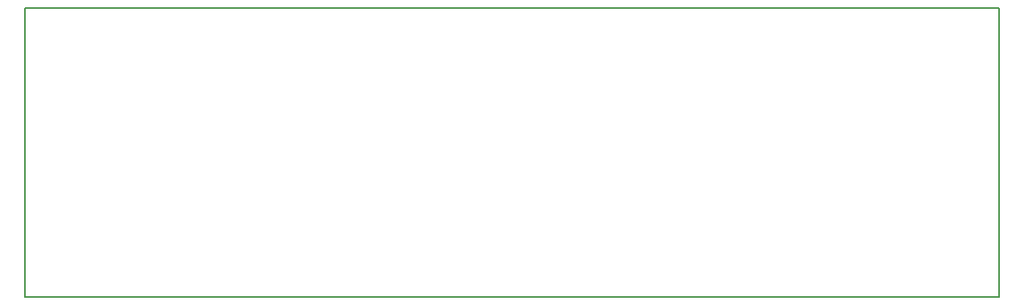
<source format=gbr>
G04 #@! TF.GenerationSoftware,KiCad,Pcbnew,5.1.2*
G04 #@! TF.CreationDate,2020-10-15T13:17:01+02:00*
G04 #@! TF.ProjectId,3365c1e53a7ea87593df0e5cd2596002,33333635-6331-4653-9533-613765613837,rev?*
G04 #@! TF.SameCoordinates,Original*
G04 #@! TF.FileFunction,Profile,NP*
%FSLAX46Y46*%
G04 Gerber Fmt 4.6, Leading zero omitted, Abs format (unit mm)*
G04 Created by KiCad (PCBNEW 5.1.2) date 2020-10-15 13:17:01*
%MOMM*%
%LPD*%
G04 APERTURE LIST*
%ADD10C,0.150000*%
G04 APERTURE END LIST*
D10*
X97231100Y-120238600D02*
X199771100Y-120238600D01*
X199771100Y-120238600D02*
X199771100Y-89768600D01*
X199771100Y-89768600D02*
X97231100Y-89768600D01*
X97231100Y-89768600D02*
X97231100Y-120238600D01*
M02*

</source>
